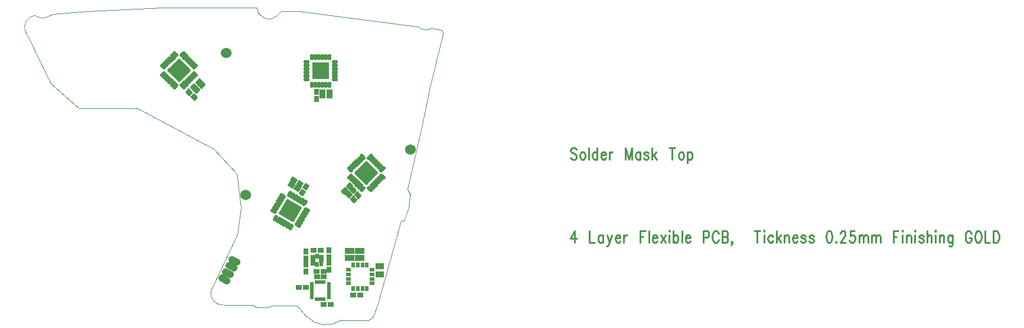
<source format=gbr>
*
*
G04 PADS 9.4.1 Build Number: 494907 generated Gerber (RS-274-X) file*
G04 PC Version=2.1*
*
%IN "MMSP_R_1.pcb"*%
*
%MOIN*%
*
%FSLAX35Y35*%
*
*
*
*
G04 PC Standard Apertures*
*
*
G04 Thermal Relief Aperture macro.*
%AMTER*
1,1,$1,0,0*
1,0,$1-$2,0,0*
21,0,$3,$4,0,0,45*
21,0,$3,$4,0,0,135*
%
*
*
G04 Annular Aperture macro.*
%AMANN*
1,1,$1,0,0*
1,0,$2,0,0*
%
*
*
G04 Odd Aperture macro.*
%AMODD*
1,1,$1,0,0*
1,0,$1-0.005,0,0*
%
*
*
G04 PC Custom Aperture Macros*
*
*
*
*
*
*
G04 PC Aperture Table*
*
%ADD010C,0.001*%
%ADD013C,0.01*%
%ADD044R,0.035X0.03*%
%ADD045R,0.03X0.035*%
%ADD046R,0.045X0.034*%
%ADD047C,0.06*%
%ADD048C,0.02181*%
%ADD049O,0.03756X0.02181*%
%ADD050O,0.02181X0.03756*%
%ADD051R,0.02575X0.01984*%
%ADD052R,0.01984X0.02575*%
%ADD053C,0.04*%
%ADD054R,0.02378X0.01984*%
%ADD055R,0.01984X0.02378*%
%ADD056R,0.02575X0.02181*%
%ADD057R,0.02181X0.02575*%
%ADD058R,0.09661X0.09661*%
*
*
*
*
G04 PC Circuitry*
G04 Layer Name MMSP_R_1.pcb - circuitry*
%LPD*%
*
*
G04 PC Custom Flashes*
G04 Layer Name MMSP_R_1.pcb - flashes*
%LPD*%
*
*
G04 PC Circuitry*
G04 Layer Name MMSP_R_1.pcb - circuitry*
%LPD*%
*
G54D10*
G01X1084338Y879416D02*
G75*
G03X1091450Y870727I6795J-1694D01*
G01X1084337Y879411D02*
X1084469Y879661D01*
X1084449Y879640*
X1099338Y910590*
X1101338Y925590*
X1099000Y945000*
X1086000Y959000*
X1043000Y982000*
X1010098*
X994098Y996000*
X979772Y1024917*
X985282Y1034748D02*
G03X979774Y1024913I607J-6800D01*
G01X985288Y1034748D02*
X985335Y1034744D01*
X986024Y1034055*
X986021Y1034056D02*
G03X994094Y1034883I3373J6886D01*
G01X994091Y1034881D02*
X994565Y1035356D01*
X1015000Y1037000*
X1057000Y1039000*
X1110433*
G03X1113187Y1034052I5045J-433*
G01X1113191Y1034049D02*
G03X1121065I3937J4610D01*
G01X1121067Y1034051D02*
X1124016Y1037000D01*
X1134000*
X1200197Y1028298*
X1201353*
G03X1209173Y1027455I4431J4416*
G01X1209174D02*
X1209247Y1027530D01*
X1214758Y1026365*
X1215407Y1024033D02*
G03X1214757Y1026366I-2399J589D01*
G01X1215407Y1024032D02*
X1208068Y994095D01*
X1203663Y972687*
X1195353Y936537*
X1196877Y932972*
X1193429Y918301D02*
G03X1196877Y932946I-27976J14316D01*
G01X1193432Y918307D02*
X1191535D01*
X1188000Y905000*
X1178563Y871588*
X1175919Y863986*
X1173588Y862205D02*
G03X1175920Y863988I-330J2848D01*
G01X1173585Y862205D02*
X1158055D01*
X1138351Y864223D02*
G03X1158054Y862204I11040J10587D01*
G01X1138356Y864218D02*
X1132826Y870374D01*
X1118110*
X1116978Y869242*
X1110236*
X1107677Y870727*
X1091453*
G54D13*
X1132555Y941776D02*
X1130390Y943026D01*
X1129390Y941294*
X1131555Y940044*
X1132555Y941776*
X1131555Y940044D02*
X1131555D01*
X1129823Y941044D02*
X1132132D01*
X1129823Y942044D02*
X1132091D01*
X1130000Y940942D02*
Y942351D01*
X1131000Y940365D02*
Y942674D01*
X1132000Y940815D02*
Y942097D01*
X1135964Y939808D02*
X1133799Y941058D01*
X1132799Y939326*
X1134964Y938076*
X1135964Y939808*
X1134964Y938076D02*
X1134964D01*
X1133232Y939076D02*
X1135542D01*
X1133232Y940076D02*
X1135500D01*
X1133000Y939210D02*
Y939673D01*
X1134000Y938633D02*
Y940942D01*
X1135000Y938137D02*
Y940365D01*
X1159808Y937010D02*
X1158041Y935242D01*
X1159455Y933828*
X1161223Y935596*
X1159808Y937010*
X1159455Y933828D02*
X1159455D01*
X1158455Y934828D02*
X1160455D01*
X1158626Y935828D02*
X1160990D01*
X1159626Y936828D02*
X1159990D01*
X1159000Y934283D02*
Y936202D01*
X1160000Y934373D02*
Y936819D01*
X1161000Y935373D02*
Y935819D01*
X1162592Y939794D02*
X1160825Y938026D01*
X1162239Y936612*
X1164007Y938380*
X1162592Y939794*
X1162239Y936612D02*
X1162239D01*
X1161239Y937612D02*
X1163239D01*
X1161410Y938612D02*
X1163774D01*
X1162410Y939612D02*
X1162774D01*
X1161000Y937851D02*
Y938202D01*
X1162000Y936851D02*
Y939202D01*
X1163000Y937373D02*
Y939386D01*
X1164000Y938373D02*
Y938386D01*
X1165549Y933234D02*
X1167317Y931466D01*
X1168731Y932880*
X1166963Y934648*
X1165549Y933234*
X1167317Y931466D02*
X1167317D01*
X1166317Y932466D02*
X1168317D01*
X1165781Y933466D02*
X1168145D01*
X1166781Y934466D02*
X1167145D01*
X1166000Y932783D02*
Y933685D01*
X1167000Y931783D02*
Y934611D01*
X1168000Y932149D02*
Y933611D01*
X1162765Y936018D02*
X1164533Y934250D01*
X1165947Y935664*
X1164179Y937432*
X1162765Y936018*
X1164533Y934250D02*
X1164533D01*
X1163533Y935250D02*
X1165533D01*
X1162997Y936250D02*
X1165361D01*
X1163997Y937250D02*
X1164361D01*
X1163000Y935783D02*
Y936252D01*
X1164000Y934783D02*
Y937252D01*
X1165000Y934717D02*
Y936611D01*
X1073029Y988745D02*
X1074797Y986978D01*
X1076211Y988392*
X1074444Y990160*
X1073029Y988745*
X1074797Y986978D02*
X1074797D01*
X1073797Y987978D02*
X1075797D01*
X1073262Y988978D02*
X1075625D01*
X1074262Y989978D02*
X1074625D01*
X1074000Y987775D02*
Y989716D01*
X1075000Y987181D02*
Y989603D01*
X1076000Y988181D02*
Y988603D01*
X1070245Y991529D02*
X1072013Y989762D01*
X1073427Y991176*
X1071660Y992944*
X1070245Y991529*
X1072013Y989762D02*
X1072013D01*
X1071013Y990762D02*
X1073013D01*
X1070478Y991762D02*
X1072842D01*
X1071478Y992762D02*
X1071842D01*
X1071000Y990775D02*
Y992284D01*
X1072000Y989775D02*
Y992603D01*
X1073000Y990748D02*
Y991603D01*
X1077199Y995470D02*
X1078967Y997238D01*
X1077553Y998652*
X1075785Y996884*
X1077199Y995470*
X1077199*
X1076199Y996470D02*
X1078199D01*
X1076371Y997470D02*
X1078735D01*
X1077371Y998470D02*
X1077735D01*
X1076000Y996670D02*
Y997099D01*
X1077000Y995670D02*
Y998099D01*
X1078000Y996271D02*
Y998205D01*
X1074416Y992686D02*
X1076183Y994454D01*
X1074769Y995868*
X1073001Y994101*
X1074416Y992686*
X1074416*
X1073416Y993686D02*
X1075416D01*
X1073587Y994686D02*
X1075951D01*
X1074587Y995686D02*
X1074951D01*
X1074000Y993102D02*
Y995099D01*
X1075000Y993271D02*
Y995637D01*
X1076000Y994271D02*
Y994637D01*
X1138036Y936343D02*
X1139286Y938508D01*
X1137554Y939508*
X1136304Y937343*
X1138036Y936343*
X1138036*
X1136304Y937343D02*
X1138614D01*
X1136882Y938343D02*
X1139191D01*
X1137459Y939343D02*
X1137840D01*
X1137000Y936941D02*
Y938548D01*
X1138000Y936364D02*
Y939250D01*
X1139000Y938012D02*
Y938673D01*
X1136068Y932933D02*
X1137318Y935098D01*
X1135586Y936098*
X1134336Y933933*
X1136068Y932933*
X1136068*
X1134336Y933933D02*
X1136645D01*
X1134913Y934933D02*
X1137223D01*
X1135490Y935933D02*
X1135872D01*
X1135000Y933550D02*
Y935084D01*
X1136000Y932972D02*
Y935859D01*
X1137000Y934548D02*
Y935282D01*
X1131177Y939217D02*
X1129012Y940467D01*
X1128012Y938735*
X1130177Y937485*
X1131177Y939217*
X1130177Y937485D02*
X1130177D01*
X1128445Y938485D02*
X1130754D01*
X1128445Y939485D02*
X1130713D01*
X1129000Y938165D02*
Y940447D01*
X1130000Y937588D02*
Y939897D01*
X1131000Y938911D02*
Y939320D01*
X1134587Y937249D02*
X1132421Y938499D01*
X1131421Y936767*
X1133587Y935517*
X1134587Y937249*
X1133587Y935517D02*
X1133587D01*
X1131854Y936517D02*
X1134164D01*
X1131854Y937517D02*
X1134122D01*
X1132000Y936433D02*
Y937769D01*
X1133000Y935855D02*
Y938165D01*
X1134000Y936233D02*
Y937588D01*
X1163187Y930871D02*
X1164955Y929104D01*
X1166369Y930518*
X1164601Y932286*
X1163187Y930871*
X1164955Y929104D02*
X1164955D01*
X1163955Y930104D02*
X1165955D01*
X1163419Y931104D02*
X1165783D01*
X1164419Y932104D02*
X1164783D01*
X1164000Y930058D02*
Y931685D01*
X1165000Y929149D02*
Y931887D01*
X1166000Y930149D02*
Y930887D01*
X1160403Y933655D02*
X1162171Y931888D01*
X1163585Y933302*
X1161817Y935070*
X1160403Y933655*
X1162171Y931888D02*
X1162171D01*
X1161171Y932888D02*
X1163171D01*
X1160635Y933888D02*
X1162999D01*
X1161635Y934888D02*
X1161999D01*
X1161000Y933058D02*
Y934252D01*
X1162000Y932058D02*
Y934887D01*
X1163000Y932717D02*
Y933887D01*
X1078774Y993895D02*
X1080542Y995663D01*
X1079128Y997077*
X1077360Y995310*
X1078774Y993895*
X1078774*
X1077774Y994895D02*
X1079774D01*
X1077946Y995895D02*
X1080310D01*
X1078946Y996895D02*
X1079310D01*
X1078000Y994670D02*
Y995950D01*
X1079000Y994121D02*
Y996950D01*
X1080000Y995121D02*
Y996205D01*
X1075990Y991112D02*
X1077758Y992879D01*
X1076344Y994294*
X1074576Y992526*
X1075990Y991112*
X1075990*
X1074990Y992112D02*
X1076990D01*
X1075162Y993112D02*
X1077526D01*
X1076162Y994112D02*
X1076526D01*
X1075000Y992102D02*
Y992950D01*
X1076000Y991121D02*
Y993950D01*
X1077000Y992121D02*
Y993637D01*
X1127313Y930297D02*
X1122982Y922796D01*
X1130483Y918465*
X1134814Y925966*
X1127313Y930297*
X1130483Y918465D02*
X1130483D01*
X1128751Y919465D02*
X1131061D01*
X1127019Y920465D02*
X1131638D01*
X1125287Y921465D02*
X1132215D01*
X1123555Y922465D02*
X1132793D01*
X1123369Y923465D02*
X1133370D01*
X1123946Y924465D02*
X1133947D01*
X1124523Y925465D02*
X1134525D01*
X1125101Y926465D02*
X1133950D01*
X1125678Y927465D02*
X1132218D01*
X1126255Y928465D02*
X1130486D01*
X1126833Y929465D02*
X1128754D01*
X1123000Y922785D02*
Y922826D01*
X1124000Y922208D02*
Y924559D01*
X1125000Y921631D02*
Y926291D01*
X1126000Y921053D02*
Y928023D01*
X1127000Y920476D02*
Y929755D01*
X1128000Y919899D02*
Y929900D01*
X1129000Y919321D02*
Y929323D01*
X1130000Y918744D02*
Y928745D01*
X1131000Y919360D02*
Y928168D01*
X1132000Y921092D02*
Y927591D01*
X1133000Y922824D02*
Y927013D01*
X1134000Y924556D02*
Y926436D01*
X1171850Y951794D02*
X1165726Y945669D01*
X1171850Y939545*
X1177975Y945669*
X1171850Y951794*
Y939545D02*
X1171850D01*
X1170850Y940545D02*
X1172850D01*
X1169850Y941545D02*
X1173850D01*
X1168850Y942545D02*
X1174850D01*
X1167850Y943545D02*
X1175850D01*
X1166850Y944545D02*
X1176850D01*
X1165850Y945545D02*
X1177850D01*
X1166601Y946545D02*
X1177099D01*
X1167601Y947545D02*
X1176099D01*
X1168601Y948545D02*
X1175099D01*
X1169601Y949545D02*
X1174099D01*
X1170601Y950545D02*
X1173099D01*
X1171601Y951545D02*
X1172099D01*
X1166000Y945395D02*
Y945943D01*
X1167000Y944395D02*
Y946943D01*
X1168000Y943395D02*
Y947943D01*
X1169000Y942395D02*
Y948943D01*
X1170000Y941395D02*
Y949943D01*
X1171000Y940395D02*
Y950943D01*
X1172000Y939694D02*
Y951644D01*
X1173000Y940694D02*
Y950644D01*
X1174000Y941694D02*
Y949644D01*
X1175000Y942694D02*
Y948644D01*
X1176000Y943694D02*
Y947644D01*
X1177000Y944694D02*
Y946644D01*
X1066142Y1009865D02*
X1060017Y1003740D01*
X1066142Y997616*
X1072266Y1003740*
X1066142Y1009865*
Y997616D02*
X1066142D01*
X1065142Y998616D02*
X1067142D01*
X1064142Y999616D02*
X1068142D01*
X1063142Y1000616D02*
X1069142D01*
X1062142Y1001616D02*
X1070142D01*
X1061142Y1002616D02*
X1071142D01*
X1060142Y1003616D02*
X1072142D01*
X1060893Y1004616D02*
X1071391D01*
X1061893Y1005616D02*
X1070391D01*
X1062893Y1006616D02*
X1069391D01*
X1063893Y1007616D02*
X1068391D01*
X1064893Y1008616D02*
X1067391D01*
X1065893Y1009616D02*
X1066391D01*
X1061000Y1002757D02*
Y1004723D01*
X1062000Y1001757D02*
Y1005723D01*
X1063000Y1000757D02*
Y1006723D01*
X1064000Y999757D02*
Y1007723D01*
X1065000Y998757D02*
Y1008723D01*
X1066000Y997757D02*
Y1009723D01*
X1067000Y998474D02*
Y1009006D01*
X1068000Y999474D02*
Y1008006D01*
X1069000Y1000474D02*
Y1007006D01*
X1070000Y1001474D02*
Y1006006D01*
X1071000Y1002474D02*
Y1005006D01*
X1072000Y1003474D02*
Y1004006D01*
X1290583Y958775D02*
X1290129Y959400D01*
X1289447Y959712*
X1288538*
X1287856Y959400*
X1287402Y958775*
Y958150*
X1287629Y957525*
X1287856Y957212*
X1288311Y956900*
X1289674Y956275*
X1290129Y955962*
X1290356Y955650*
X1290583Y955025*
Y954087*
X1290129Y953462*
X1289447Y953150*
X1288538*
X1287856Y953462*
X1287402Y954087*
X1293765Y957525D02*
X1293311Y957212D01*
X1292856Y956587*
X1292629Y955650*
Y955025*
X1292856Y954087*
X1293311Y953462*
X1293765Y953150*
X1294447*
X1294902Y953462*
X1295356Y954087*
X1295583Y955025*
Y955650*
X1295356Y956587*
X1294902Y957212*
X1294447Y957525*
X1293765*
X1297629Y959712D02*
Y953150D01*
X1302402Y959712D02*
Y953150D01*
Y956587D02*
X1301947Y957212D01*
X1301492Y957525*
X1300811*
X1300356Y957212*
X1299902Y956587*
X1299674Y955650*
Y955025*
X1299902Y954087*
X1300356Y953462*
X1300811Y953150*
X1301492*
X1301947Y953462*
X1302402Y954087*
X1304447Y955650D02*
X1307174D01*
Y956275*
X1306947Y956900*
X1306720Y957212*
X1306265Y957525*
X1305583*
X1305129Y957212*
X1304674Y956587*
X1304447Y955650*
Y955025*
X1304674Y954087*
X1305129Y953462*
X1305583Y953150*
X1306265*
X1306720Y953462*
X1307174Y954087*
X1309220Y957525D02*
Y953150D01*
Y955650D02*
X1309447Y956587D01*
X1309902Y957212*
X1310356Y957525*
X1311038*
X1318311Y959712D02*
Y953150D01*
Y959712D02*
X1320129Y953150D01*
X1321947Y959712D02*
X1320129Y953150D01*
X1321947Y959712D02*
Y953150D01*
X1326720Y957525D02*
Y953150D01*
Y956587D02*
X1326265Y957212D01*
X1325811Y957525*
X1325129*
X1324674Y957212*
X1324220Y956587*
X1323992Y955650*
Y955025*
X1324220Y954087*
X1324674Y953462*
X1325129Y953150*
X1325811*
X1326265Y953462*
X1326720Y954087*
X1331265Y956587D02*
X1331038Y957212D01*
X1330356Y957525*
X1329674*
X1328992Y957212*
X1328765Y956587*
X1328992Y955962*
X1329447Y955650*
X1330583Y955337*
X1331038Y955025*
X1331265Y954400*
Y954087*
X1331038Y953462*
X1330356Y953150*
X1329674*
X1328992Y953462*
X1328765Y954087*
X1333311Y959712D02*
Y953150D01*
X1335583Y957525D02*
X1333311Y954400D01*
X1334220Y955650D02*
X1335811Y953150D01*
X1344674Y959712D02*
Y953150D01*
X1343083Y959712D02*
X1346265D01*
X1349447Y957525D02*
X1348992Y957212D01*
X1348538Y956587*
X1348311Y955650*
Y955025*
X1348538Y954087*
X1348992Y953462*
X1349447Y953150*
X1350129*
X1350583Y953462*
X1351038Y954087*
X1351265Y955025*
Y955650*
X1351038Y956587*
X1350583Y957212*
X1350129Y957525*
X1349447*
X1353311D02*
Y950962D01*
Y956587D02*
X1353765Y957212D01*
X1354220Y957525*
X1354902*
X1355356Y957212*
X1355811Y956587*
X1356038Y955650*
Y955025*
X1355811Y954087*
X1355356Y953462*
X1354902Y953150*
X1354220*
X1353765Y953462*
X1353311Y954087*
X1289674Y912665D02*
X1287402Y908290D01*
X1290811*
X1289674Y912665D02*
Y906102D01*
X1298083Y912665D02*
Y906102D01*
X1300811*
X1305583Y910477D02*
Y906102D01*
Y909540D02*
X1305129Y910165D01*
X1304674Y910477*
X1303992*
X1303538Y910165*
X1303083Y909540*
X1302856Y908602*
Y907977*
X1303083Y907040*
X1303538Y906415*
X1303992Y906102*
X1304674*
X1305129Y906415*
X1305583Y907040*
X1307856Y910477D02*
X1309220Y906102D01*
X1310583Y910477D02*
X1309220Y906102D01*
X1308765Y904852*
X1308311Y904227*
X1307856Y903915*
X1307629*
X1312629Y908602D02*
X1315356D01*
Y909227*
X1315129Y909852*
X1314902Y910165*
X1314447Y910477*
X1313765*
X1313311Y910165*
X1312856Y909540*
X1312629Y908602*
Y907977*
X1312856Y907040*
X1313311Y906415*
X1313765Y906102*
X1314447*
X1314902Y906415*
X1315356Y907040*
X1317402Y910477D02*
Y906102D01*
Y908602D02*
X1317629Y909540D01*
X1318083Y910165*
X1318538Y910477*
X1319220*
X1326492Y912665D02*
Y906102D01*
Y912665D02*
X1329447D01*
X1326492Y909540D02*
X1328311D01*
X1331492Y912665D02*
Y906102D01*
X1333538Y908602D02*
X1336265D01*
Y909227*
X1336038Y909852*
X1335811Y910165*
X1335356Y910477*
X1334674*
X1334220Y910165*
X1333765Y909540*
X1333538Y908602*
Y907977*
X1333765Y907040*
X1334220Y906415*
X1334674Y906102*
X1335356*
X1335811Y906415*
X1336265Y907040*
X1338311Y910477D02*
X1340811Y906102D01*
Y910477D02*
X1338311Y906102D01*
X1342856Y912665D02*
X1343083Y912352D01*
X1343311Y912665*
X1343083Y912977*
X1342856Y912665*
X1343083Y910477D02*
Y906102D01*
X1345356Y912665D02*
Y906102D01*
Y909540D02*
X1345811Y910165D01*
X1346265Y910477*
X1346947*
X1347402Y910165*
X1347856Y909540*
X1348083Y908602*
Y907977*
X1347856Y907040*
X1347402Y906415*
X1346947Y906102*
X1346265*
X1345811Y906415*
X1345356Y907040*
X1350129Y912665D02*
Y906102D01*
X1352174Y908602D02*
X1354902D01*
Y909227*
X1354674Y909852*
X1354447Y910165*
X1353992Y910477*
X1353311*
X1352856Y910165*
X1352402Y909540*
X1352174Y908602*
Y907977*
X1352402Y907040*
X1352856Y906415*
X1353311Y906102*
X1353992*
X1354447Y906415*
X1354902Y907040*
X1362174Y912665D02*
Y906102D01*
Y912665D02*
X1364220D01*
X1364902Y912352*
X1365129Y912040*
X1365356Y911415*
Y910477*
X1365129Y909852*
X1364902Y909540*
X1364220Y909227*
X1362174*
X1370811Y911102D02*
X1370583Y911727D01*
X1370129Y912352*
X1369674Y912665*
X1368765*
X1368311Y912352*
X1367856Y911727*
X1367629Y911102*
X1367402Y910165*
Y908602*
X1367629Y907665*
X1367856Y907040*
X1368311Y906415*
X1368765Y906102*
X1369674*
X1370129Y906415*
X1370583Y907040*
X1370811Y907665*
X1372856Y912665D02*
Y906102D01*
Y912665D02*
X1374902D01*
X1375583Y912352*
X1375811Y912040*
X1376038Y911415*
Y910790*
X1375811Y910165*
X1375583Y909852*
X1374902Y909540*
X1372856D02*
X1374902D01*
X1375583Y909227*
X1375811Y908915*
X1376038Y908290*
Y907352*
X1375811Y906727*
X1375583Y906415*
X1374902Y906102*
X1372856*
X1378538Y906415D02*
X1378311Y906102D01*
X1378083Y906415*
X1378311Y906727*
X1378538Y906415*
Y905790*
X1378311Y905165*
X1378083Y904852*
X1392629Y912665D02*
Y906102D01*
X1391038Y912665D02*
X1394220D01*
X1396265D02*
X1396492Y912352D01*
X1396720Y912665*
X1396492Y912977*
X1396265Y912665*
X1396492Y910477D02*
Y906102D01*
X1401492Y909540D02*
X1401038Y910165D01*
X1400583Y910477*
X1399902*
X1399447Y910165*
X1398992Y909540*
X1398765Y908602*
Y907977*
X1398992Y907040*
X1399447Y906415*
X1399902Y906102*
X1400583*
X1401038Y906415*
X1401492Y907040*
X1403538Y912665D02*
Y906102D01*
X1405811Y910477D02*
X1403538Y907352D01*
X1404447Y908602D02*
X1406038Y906102D01*
X1408083Y910477D02*
Y906102D01*
Y909227D02*
X1408765Y910165D01*
X1409220Y910477*
X1409902*
X1410356Y910165*
X1410583Y909227*
Y906102*
X1412629Y908602D02*
X1415356D01*
Y909227*
X1415129Y909852*
X1414902Y910165*
X1414447Y910477*
X1413765*
X1413311Y910165*
X1412856Y909540*
X1412629Y908602*
Y907977*
X1412856Y907040*
X1413311Y906415*
X1413765Y906102*
X1414447*
X1414902Y906415*
X1415356Y907040*
X1419902Y909540D02*
X1419674Y910165D01*
X1418992Y910477*
X1418311*
X1417629Y910165*
X1417402Y909540*
X1417629Y908915*
X1418083Y908602*
X1419220Y908290*
X1419674Y907977*
X1419902Y907352*
Y907040*
X1419674Y906415*
X1418992Y906102*
X1418311*
X1417629Y906415*
X1417402Y907040*
X1424447Y909540D02*
X1424220Y910165D01*
X1423538Y910477*
X1422856*
X1422174Y910165*
X1421947Y909540*
X1422174Y908915*
X1422629Y908602*
X1423765Y908290*
X1424220Y907977*
X1424447Y907352*
Y907040*
X1424220Y906415*
X1423538Y906102*
X1422856*
X1422174Y906415*
X1421947Y907040*
X1433083Y912665D02*
X1432402Y912352D01*
X1431947Y911415*
X1431720Y909852*
Y908915*
X1431947Y907352*
X1432402Y906415*
X1433083Y906102*
X1433538*
X1434220Y906415*
X1434674Y907352*
X1434902Y908915*
Y909852*
X1434674Y911415*
X1434220Y912352*
X1433538Y912665*
X1433083*
X1437174Y906727D02*
X1436947Y906415D01*
X1437174Y906102*
X1437402Y906415*
X1437174Y906727*
X1439674Y911102D02*
Y911415D01*
X1439902Y912040*
X1440129Y912352*
X1440583Y912665*
X1441492*
X1441947Y912352*
X1442174Y912040*
X1442402Y911415*
Y910790*
X1442174Y910165*
X1441720Y909227*
X1439447Y906102*
X1442629*
X1447629Y912665D02*
X1445356D01*
X1445129Y909852*
X1445356Y910165*
X1446038Y910477*
X1446720*
X1447402Y910165*
X1447856Y909540*
X1448083Y908602*
X1447856Y907977*
X1447629Y907040*
X1447174Y906415*
X1446492Y906102*
X1445811*
X1445129Y906415*
X1444902Y906727*
X1444674Y907352*
X1450129Y910477D02*
Y906102D01*
Y909227D02*
X1450811Y910165D01*
X1451265Y910477*
X1451947*
X1452402Y910165*
X1452629Y909227*
Y906102*
Y909227D02*
X1453311Y910165D01*
X1453765Y910477*
X1454447*
X1454902Y910165*
X1455129Y909227*
Y906102*
X1457174Y910477D02*
Y906102D01*
Y909227D02*
X1457856Y910165D01*
X1458311Y910477*
X1458992*
X1459447Y910165*
X1459674Y909227*
Y906102*
Y909227D02*
X1460356Y910165D01*
X1460811Y910477*
X1461492*
X1461947Y910165*
X1462174Y909227*
Y906102*
X1469447Y912665D02*
Y906102D01*
Y912665D02*
X1472402D01*
X1469447Y909540D02*
X1471265D01*
X1474447Y912665D02*
X1474674Y912352D01*
X1474902Y912665*
X1474674Y912977*
X1474447Y912665*
X1474674Y910477D02*
Y906102D01*
X1476947Y910477D02*
Y906102D01*
Y909227D02*
X1477629Y910165D01*
X1478083Y910477*
X1478765*
X1479220Y910165*
X1479447Y909227*
Y906102*
X1481492Y912665D02*
X1481720Y912352D01*
X1481947Y912665*
X1481720Y912977*
X1481492Y912665*
X1481720Y910477D02*
Y906102D01*
X1486492Y909540D02*
X1486265Y910165D01*
X1485583Y910477*
X1484902*
X1484220Y910165*
X1483992Y909540*
X1484220Y908915*
X1484674Y908602*
X1485811Y908290*
X1486265Y907977*
X1486492Y907352*
Y907040*
X1486265Y906415*
X1485583Y906102*
X1484902*
X1484220Y906415*
X1483992Y907040*
X1488538Y912665D02*
Y906102D01*
Y909227D02*
X1489220Y910165D01*
X1489674Y910477*
X1490356*
X1490811Y910165*
X1491038Y909227*
Y906102*
X1493083Y912665D02*
X1493311Y912352D01*
X1493538Y912665*
X1493311Y912977*
X1493083Y912665*
X1493311Y910477D02*
Y906102D01*
X1495583Y910477D02*
Y906102D01*
Y909227D02*
X1496265Y910165D01*
X1496720Y910477*
X1497402*
X1497856Y910165*
X1498083Y909227*
Y906102*
X1502856Y910477D02*
Y905477D01*
X1502629Y904540*
X1502402Y904227*
X1501947Y903915*
X1501265*
X1500811Y904227*
X1502856Y909540D02*
X1502402Y910165D01*
X1501947Y910477*
X1501265*
X1500811Y910165*
X1500356Y909540*
X1500129Y908602*
Y907977*
X1500356Y907040*
X1500811Y906415*
X1501265Y906102*
X1501947*
X1502402Y906415*
X1502856Y907040*
X1513538Y911102D02*
X1513311Y911727D01*
X1512856Y912352*
X1512402Y912665*
X1511492*
X1511038Y912352*
X1510583Y911727*
X1510356Y911102*
X1510129Y910165*
Y908602*
X1510356Y907665*
X1510583Y907040*
X1511038Y906415*
X1511492Y906102*
X1512402*
X1512856Y906415*
X1513311Y907040*
X1513538Y907665*
Y908602*
X1512402D02*
X1513538D01*
X1516947Y912665D02*
X1516492Y912352D01*
X1516038Y911727*
X1515811Y911102*
X1515583Y910165*
Y908602*
X1515811Y907665*
X1516038Y907040*
X1516492Y906415*
X1516947Y906102*
X1517856*
X1518311Y906415*
X1518765Y907040*
X1518992Y907665*
X1519220Y908602*
Y910165*
X1518992Y911102*
X1518765Y911727*
X1518311Y912352*
X1517856Y912665*
X1516947*
X1521265D02*
Y906102D01*
X1523992*
X1526038Y912665D02*
Y906102D01*
Y912665D02*
X1527629D01*
X1528311Y912352*
X1528765Y911727*
X1528992Y911102*
X1529220Y910165*
Y908602*
X1528992Y907665*
X1528765Y907040*
X1528311Y906415*
X1527629Y906102*
X1526038*
G54D44*
X1144135Y886576D03*
X1148072D03*
X1164764Y876378D03*
X1168701D03*
X1151181Y991535D03*
X1147244D03*
X1151181Y989173D03*
X1147244D03*
X1148072Y871025D03*
X1152009D03*
X1148031Y889567D03*
X1144094D03*
X1134075Y880867D03*
X1138012D03*
X1142323Y901772D03*
X1146260D03*
G54D45*
X1163976Y897441D03*
Y901378D03*
X1166929Y897441D03*
Y901378D03*
X1143898Y987402D03*
Y991339D03*
X1161220Y897441D03*
Y901378D03*
X1151004Y901819D03*
Y897882D03*
X1151006Y890671D03*
Y894608D03*
X1169685Y897441D03*
Y901378D03*
X1138011Y897162D03*
Y901099D03*
Y893578D03*
Y889641D03*
G54D46*
X1179724Y892754D03*
Y887954D03*
G54D47*
X1104012Y933001D03*
X1196850Y958661D03*
X1092822Y1013458D03*
G54D48*
X1133938Y915788D02*
X1132575Y916576D01*
X1134923Y917493D02*
X1133559Y918280D01*
X1135907Y919198D02*
X1134543Y919985D01*
X1136891Y920903D02*
X1135527Y921690D01*
X1137875Y922607D02*
X1136512Y923395D01*
X1138860Y924312D02*
X1137496Y925099D01*
X1137491Y929421D02*
X1136703Y928057D01*
X1135786Y930405D02*
X1134999Y929042D01*
X1134081Y931390D02*
X1133294Y930026D01*
X1132376Y932374D02*
X1131589Y931010D01*
X1130672Y933358D02*
X1129884Y931994D01*
X1128967Y934343D02*
X1128179Y932979D01*
X1125222Y932186D02*
X1123858Y932974D01*
X1124237Y930481D02*
X1122873Y931269D01*
X1123253Y928777D02*
X1121889Y929564D01*
X1122269Y927072D02*
X1120905Y927859D01*
X1121285Y925367D02*
X1119921Y926154D01*
X1120300Y923662D02*
X1118936Y924450D01*
X1121093Y920704D02*
X1120305Y919340D01*
X1122798Y919720D02*
X1122010Y918356D01*
X1124502Y918736D02*
X1123715Y917372D01*
X1126207Y917752D02*
X1125420Y916388D01*
X1127912Y916767D02*
X1127125Y915403D01*
X1129617Y915783D02*
X1128829Y914419D01*
X1169206Y955274D02*
X1170319Y954160D01*
X1167814Y953882D02*
X1168927Y952768D01*
X1166422Y952490D02*
X1167535Y951376D01*
X1165030Y951098D02*
X1166143Y949984D01*
X1163638Y949706D02*
X1164751Y948592D01*
X1162246Y948314D02*
X1163360Y947200D01*
X1162246Y943025D02*
X1163360Y944138D01*
X1163638Y941633D02*
X1164751Y942746D01*
X1165030Y940241D02*
X1166143Y941354D01*
X1166422Y938849D02*
X1167535Y939962D01*
X1167814Y937457D02*
X1168927Y938570D01*
X1169206Y936065D02*
X1170319Y937178D01*
X1173382D02*
X1174495Y936065D01*
X1174773Y938570D02*
X1175887Y937457D01*
X1176165Y939962D02*
X1177279Y938849D01*
X1177557Y941354D02*
X1178671Y940241D01*
X1178949Y942746D02*
X1180063Y941633D01*
X1180341Y944138D02*
X1181455Y943025D01*
X1180341Y947200D02*
X1181455Y948314D01*
X1178949Y948592D02*
X1180063Y949706D01*
X1177557Y949984D02*
X1178671Y951098D01*
X1176165Y951376D02*
X1177279Y952490D01*
X1174773Y952768D02*
X1175887Y953882D01*
X1173382Y954160D02*
X1174495Y955274D01*
X1056537Y1001095D02*
X1057651Y1002209D01*
X1057929Y999704D02*
X1059043Y1000817D01*
X1059321Y998312D02*
X1060435Y999425D01*
X1060713Y996920D02*
X1061827Y998033D01*
X1062105Y995528D02*
X1063219Y996641D01*
X1063497Y994136D02*
X1064611Y995249D01*
X1068786Y994136D02*
X1067673Y995249D01*
X1070178Y995528D02*
X1069065Y996641D01*
X1071570Y996920D02*
X1070457Y998033D01*
X1072962Y998312D02*
X1071849Y999425D01*
X1074354Y999704D02*
X1073241Y1000817D01*
X1075746Y1001095D02*
X1074633Y1002209D01*
Y1005271D02*
X1075746Y1006385D01*
X1073241Y1006663D02*
X1074354Y1007777D01*
X1071849Y1008055D02*
X1072962Y1009169D01*
X1070457Y1009447D02*
X1071570Y1010561D01*
X1069065Y1010839D02*
X1070178Y1011953D01*
X1067673Y1012231D02*
X1068786Y1013345D01*
X1064611Y1012231D02*
X1063497Y1013345D01*
X1063219Y1010839D02*
X1062105Y1011953D01*
X1061827Y1009447D02*
X1060713Y1010561D01*
X1060435Y1008055D02*
X1059321Y1009169D01*
X1059043Y1006663D02*
X1057929Y1007777D01*
X1057651Y1005271D02*
X1056537Y1006385D01*
G54D49*
X1138386Y1008268D03*
Y1006299D03*
Y1004331D03*
Y1002362D03*
Y1000394D03*
Y998425D03*
X1154134D03*
Y1000394D03*
Y1002362D03*
Y1004331D03*
Y1006299D03*
Y1008268D03*
G54D50*
X1141339Y995472D03*
X1143307D03*
X1145276D03*
X1147244D03*
X1149213D03*
X1151181D03*
Y1011220D03*
X1149213D03*
X1147244D03*
X1145276D03*
X1143307D03*
X1141339D03*
G54D51*
X1141791Y898115D03*
Y896147D03*
Y894178D03*
X1146594Y896147D03*
Y898115D03*
G54D52*
X1144192Y898411D03*
Y893883D03*
X1146594Y894178D03*
G54D53*
X1096309Y896562D02*
X1098967Y895170D01*
X1094453Y893019D02*
X1097111Y891627D01*
X1092597Y889476D02*
X1095254Y888083D01*
X1090741Y885932D02*
X1093398Y884540D01*
G54D54*
X1141240Y882874D03*
Y880906D03*
Y878937D03*
Y876969D03*
Y875000D03*
X1150886D03*
Y876969D03*
Y878937D03*
Y880906D03*
Y882874D03*
G54D55*
X1144094Y874114D03*
X1146063D03*
X1148031D03*
Y883760D03*
X1146063D03*
X1144094D03*
G54D56*
X1161843Y890579D03*
Y888020D03*
Y885461D03*
Y882902D03*
X1175228D03*
Y885461D03*
Y888020D03*
Y890579D03*
G54D57*
X1164697Y880047D03*
X1167256D03*
X1169815D03*
X1172374D03*
Y893433D03*
X1169815D03*
X1167256D03*
X1164697D03*
G54D58*
X1146260Y1003346D03*
G74*
X0Y0D02*
M02*

</source>
